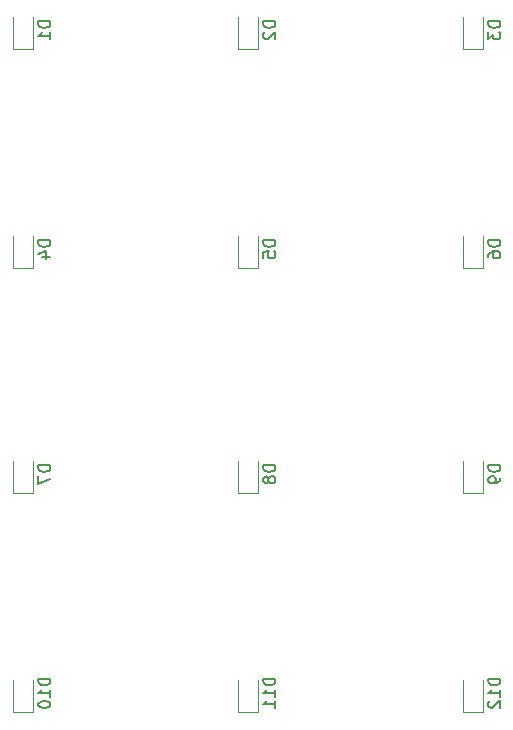
<source format=gbr>
%TF.GenerationSoftware,KiCad,Pcbnew,7.0.6-7.0.6~ubuntu20.04.1*%
%TF.CreationDate,2023-09-11T17:25:35+08:00*%
%TF.ProjectId,pro72,70726f37-322e-46b6-9963-61645f706362,rev?*%
%TF.SameCoordinates,Original*%
%TF.FileFunction,Legend,Bot*%
%TF.FilePolarity,Positive*%
%FSLAX46Y46*%
G04 Gerber Fmt 4.6, Leading zero omitted, Abs format (unit mm)*
G04 Created by KiCad (PCBNEW 7.0.6-7.0.6~ubuntu20.04.1) date 2023-09-11 17:25:35*
%MOMM*%
%LPD*%
G01*
G04 APERTURE LIST*
%ADD10C,0.150000*%
%ADD11C,0.120000*%
G04 APERTURE END LIST*
D10*
X136797819Y-48156905D02*
X135797819Y-48156905D01*
X135797819Y-48156905D02*
X135797819Y-48395000D01*
X135797819Y-48395000D02*
X135845438Y-48537857D01*
X135845438Y-48537857D02*
X135940676Y-48633095D01*
X135940676Y-48633095D02*
X136035914Y-48680714D01*
X136035914Y-48680714D02*
X136226390Y-48728333D01*
X136226390Y-48728333D02*
X136369247Y-48728333D01*
X136369247Y-48728333D02*
X136559723Y-48680714D01*
X136559723Y-48680714D02*
X136654961Y-48633095D01*
X136654961Y-48633095D02*
X136750200Y-48537857D01*
X136750200Y-48537857D02*
X136797819Y-48395000D01*
X136797819Y-48395000D02*
X136797819Y-48156905D01*
X136797819Y-49680714D02*
X136797819Y-49109286D01*
X136797819Y-49395000D02*
X135797819Y-49395000D01*
X135797819Y-49395000D02*
X135940676Y-49299762D01*
X135940676Y-49299762D02*
X136035914Y-49204524D01*
X136035914Y-49204524D02*
X136083533Y-49109286D01*
X155847819Y-85748905D02*
X154847819Y-85748905D01*
X154847819Y-85748905D02*
X154847819Y-85987000D01*
X154847819Y-85987000D02*
X154895438Y-86129857D01*
X154895438Y-86129857D02*
X154990676Y-86225095D01*
X154990676Y-86225095D02*
X155085914Y-86272714D01*
X155085914Y-86272714D02*
X155276390Y-86320333D01*
X155276390Y-86320333D02*
X155419247Y-86320333D01*
X155419247Y-86320333D02*
X155609723Y-86272714D01*
X155609723Y-86272714D02*
X155704961Y-86225095D01*
X155704961Y-86225095D02*
X155800200Y-86129857D01*
X155800200Y-86129857D02*
X155847819Y-85987000D01*
X155847819Y-85987000D02*
X155847819Y-85748905D01*
X155276390Y-86891762D02*
X155228771Y-86796524D01*
X155228771Y-86796524D02*
X155181152Y-86748905D01*
X155181152Y-86748905D02*
X155085914Y-86701286D01*
X155085914Y-86701286D02*
X155038295Y-86701286D01*
X155038295Y-86701286D02*
X154943057Y-86748905D01*
X154943057Y-86748905D02*
X154895438Y-86796524D01*
X154895438Y-86796524D02*
X154847819Y-86891762D01*
X154847819Y-86891762D02*
X154847819Y-87082238D01*
X154847819Y-87082238D02*
X154895438Y-87177476D01*
X154895438Y-87177476D02*
X154943057Y-87225095D01*
X154943057Y-87225095D02*
X155038295Y-87272714D01*
X155038295Y-87272714D02*
X155085914Y-87272714D01*
X155085914Y-87272714D02*
X155181152Y-87225095D01*
X155181152Y-87225095D02*
X155228771Y-87177476D01*
X155228771Y-87177476D02*
X155276390Y-87082238D01*
X155276390Y-87082238D02*
X155276390Y-86891762D01*
X155276390Y-86891762D02*
X155324009Y-86796524D01*
X155324009Y-86796524D02*
X155371628Y-86748905D01*
X155371628Y-86748905D02*
X155466866Y-86701286D01*
X155466866Y-86701286D02*
X155657342Y-86701286D01*
X155657342Y-86701286D02*
X155752580Y-86748905D01*
X155752580Y-86748905D02*
X155800200Y-86796524D01*
X155800200Y-86796524D02*
X155847819Y-86891762D01*
X155847819Y-86891762D02*
X155847819Y-87082238D01*
X155847819Y-87082238D02*
X155800200Y-87177476D01*
X155800200Y-87177476D02*
X155752580Y-87225095D01*
X155752580Y-87225095D02*
X155657342Y-87272714D01*
X155657342Y-87272714D02*
X155466866Y-87272714D01*
X155466866Y-87272714D02*
X155371628Y-87225095D01*
X155371628Y-87225095D02*
X155324009Y-87177476D01*
X155324009Y-87177476D02*
X155276390Y-87082238D01*
X136797819Y-66698905D02*
X135797819Y-66698905D01*
X135797819Y-66698905D02*
X135797819Y-66937000D01*
X135797819Y-66937000D02*
X135845438Y-67079857D01*
X135845438Y-67079857D02*
X135940676Y-67175095D01*
X135940676Y-67175095D02*
X136035914Y-67222714D01*
X136035914Y-67222714D02*
X136226390Y-67270333D01*
X136226390Y-67270333D02*
X136369247Y-67270333D01*
X136369247Y-67270333D02*
X136559723Y-67222714D01*
X136559723Y-67222714D02*
X136654961Y-67175095D01*
X136654961Y-67175095D02*
X136750200Y-67079857D01*
X136750200Y-67079857D02*
X136797819Y-66937000D01*
X136797819Y-66937000D02*
X136797819Y-66698905D01*
X136131152Y-68127476D02*
X136797819Y-68127476D01*
X135750200Y-67889381D02*
X136464485Y-67651286D01*
X136464485Y-67651286D02*
X136464485Y-68270333D01*
X174897819Y-103814714D02*
X173897819Y-103814714D01*
X173897819Y-103814714D02*
X173897819Y-104052809D01*
X173897819Y-104052809D02*
X173945438Y-104195666D01*
X173945438Y-104195666D02*
X174040676Y-104290904D01*
X174040676Y-104290904D02*
X174135914Y-104338523D01*
X174135914Y-104338523D02*
X174326390Y-104386142D01*
X174326390Y-104386142D02*
X174469247Y-104386142D01*
X174469247Y-104386142D02*
X174659723Y-104338523D01*
X174659723Y-104338523D02*
X174754961Y-104290904D01*
X174754961Y-104290904D02*
X174850200Y-104195666D01*
X174850200Y-104195666D02*
X174897819Y-104052809D01*
X174897819Y-104052809D02*
X174897819Y-103814714D01*
X174897819Y-105338523D02*
X174897819Y-104767095D01*
X174897819Y-105052809D02*
X173897819Y-105052809D01*
X173897819Y-105052809D02*
X174040676Y-104957571D01*
X174040676Y-104957571D02*
X174135914Y-104862333D01*
X174135914Y-104862333D02*
X174183533Y-104767095D01*
X173993057Y-105719476D02*
X173945438Y-105767095D01*
X173945438Y-105767095D02*
X173897819Y-105862333D01*
X173897819Y-105862333D02*
X173897819Y-106100428D01*
X173897819Y-106100428D02*
X173945438Y-106195666D01*
X173945438Y-106195666D02*
X173993057Y-106243285D01*
X173993057Y-106243285D02*
X174088295Y-106290904D01*
X174088295Y-106290904D02*
X174183533Y-106290904D01*
X174183533Y-106290904D02*
X174326390Y-106243285D01*
X174326390Y-106243285D02*
X174897819Y-105671857D01*
X174897819Y-105671857D02*
X174897819Y-106290904D01*
X155847819Y-66698905D02*
X154847819Y-66698905D01*
X154847819Y-66698905D02*
X154847819Y-66937000D01*
X154847819Y-66937000D02*
X154895438Y-67079857D01*
X154895438Y-67079857D02*
X154990676Y-67175095D01*
X154990676Y-67175095D02*
X155085914Y-67222714D01*
X155085914Y-67222714D02*
X155276390Y-67270333D01*
X155276390Y-67270333D02*
X155419247Y-67270333D01*
X155419247Y-67270333D02*
X155609723Y-67222714D01*
X155609723Y-67222714D02*
X155704961Y-67175095D01*
X155704961Y-67175095D02*
X155800200Y-67079857D01*
X155800200Y-67079857D02*
X155847819Y-66937000D01*
X155847819Y-66937000D02*
X155847819Y-66698905D01*
X154847819Y-68175095D02*
X154847819Y-67698905D01*
X154847819Y-67698905D02*
X155324009Y-67651286D01*
X155324009Y-67651286D02*
X155276390Y-67698905D01*
X155276390Y-67698905D02*
X155228771Y-67794143D01*
X155228771Y-67794143D02*
X155228771Y-68032238D01*
X155228771Y-68032238D02*
X155276390Y-68127476D01*
X155276390Y-68127476D02*
X155324009Y-68175095D01*
X155324009Y-68175095D02*
X155419247Y-68222714D01*
X155419247Y-68222714D02*
X155657342Y-68222714D01*
X155657342Y-68222714D02*
X155752580Y-68175095D01*
X155752580Y-68175095D02*
X155800200Y-68127476D01*
X155800200Y-68127476D02*
X155847819Y-68032238D01*
X155847819Y-68032238D02*
X155847819Y-67794143D01*
X155847819Y-67794143D02*
X155800200Y-67698905D01*
X155800200Y-67698905D02*
X155752580Y-67651286D01*
X155847819Y-103814714D02*
X154847819Y-103814714D01*
X154847819Y-103814714D02*
X154847819Y-104052809D01*
X154847819Y-104052809D02*
X154895438Y-104195666D01*
X154895438Y-104195666D02*
X154990676Y-104290904D01*
X154990676Y-104290904D02*
X155085914Y-104338523D01*
X155085914Y-104338523D02*
X155276390Y-104386142D01*
X155276390Y-104386142D02*
X155419247Y-104386142D01*
X155419247Y-104386142D02*
X155609723Y-104338523D01*
X155609723Y-104338523D02*
X155704961Y-104290904D01*
X155704961Y-104290904D02*
X155800200Y-104195666D01*
X155800200Y-104195666D02*
X155847819Y-104052809D01*
X155847819Y-104052809D02*
X155847819Y-103814714D01*
X155847819Y-105338523D02*
X155847819Y-104767095D01*
X155847819Y-105052809D02*
X154847819Y-105052809D01*
X154847819Y-105052809D02*
X154990676Y-104957571D01*
X154990676Y-104957571D02*
X155085914Y-104862333D01*
X155085914Y-104862333D02*
X155133533Y-104767095D01*
X155847819Y-106290904D02*
X155847819Y-105719476D01*
X155847819Y-106005190D02*
X154847819Y-106005190D01*
X154847819Y-106005190D02*
X154990676Y-105909952D01*
X154990676Y-105909952D02*
X155085914Y-105814714D01*
X155085914Y-105814714D02*
X155133533Y-105719476D01*
X174897819Y-66698905D02*
X173897819Y-66698905D01*
X173897819Y-66698905D02*
X173897819Y-66937000D01*
X173897819Y-66937000D02*
X173945438Y-67079857D01*
X173945438Y-67079857D02*
X174040676Y-67175095D01*
X174040676Y-67175095D02*
X174135914Y-67222714D01*
X174135914Y-67222714D02*
X174326390Y-67270333D01*
X174326390Y-67270333D02*
X174469247Y-67270333D01*
X174469247Y-67270333D02*
X174659723Y-67222714D01*
X174659723Y-67222714D02*
X174754961Y-67175095D01*
X174754961Y-67175095D02*
X174850200Y-67079857D01*
X174850200Y-67079857D02*
X174897819Y-66937000D01*
X174897819Y-66937000D02*
X174897819Y-66698905D01*
X173897819Y-68127476D02*
X173897819Y-67937000D01*
X173897819Y-67937000D02*
X173945438Y-67841762D01*
X173945438Y-67841762D02*
X173993057Y-67794143D01*
X173993057Y-67794143D02*
X174135914Y-67698905D01*
X174135914Y-67698905D02*
X174326390Y-67651286D01*
X174326390Y-67651286D02*
X174707342Y-67651286D01*
X174707342Y-67651286D02*
X174802580Y-67698905D01*
X174802580Y-67698905D02*
X174850200Y-67746524D01*
X174850200Y-67746524D02*
X174897819Y-67841762D01*
X174897819Y-67841762D02*
X174897819Y-68032238D01*
X174897819Y-68032238D02*
X174850200Y-68127476D01*
X174850200Y-68127476D02*
X174802580Y-68175095D01*
X174802580Y-68175095D02*
X174707342Y-68222714D01*
X174707342Y-68222714D02*
X174469247Y-68222714D01*
X174469247Y-68222714D02*
X174374009Y-68175095D01*
X174374009Y-68175095D02*
X174326390Y-68127476D01*
X174326390Y-68127476D02*
X174278771Y-68032238D01*
X174278771Y-68032238D02*
X174278771Y-67841762D01*
X174278771Y-67841762D02*
X174326390Y-67746524D01*
X174326390Y-67746524D02*
X174374009Y-67698905D01*
X174374009Y-67698905D02*
X174469247Y-67651286D01*
X136797819Y-85748905D02*
X135797819Y-85748905D01*
X135797819Y-85748905D02*
X135797819Y-85987000D01*
X135797819Y-85987000D02*
X135845438Y-86129857D01*
X135845438Y-86129857D02*
X135940676Y-86225095D01*
X135940676Y-86225095D02*
X136035914Y-86272714D01*
X136035914Y-86272714D02*
X136226390Y-86320333D01*
X136226390Y-86320333D02*
X136369247Y-86320333D01*
X136369247Y-86320333D02*
X136559723Y-86272714D01*
X136559723Y-86272714D02*
X136654961Y-86225095D01*
X136654961Y-86225095D02*
X136750200Y-86129857D01*
X136750200Y-86129857D02*
X136797819Y-85987000D01*
X136797819Y-85987000D02*
X136797819Y-85748905D01*
X135797819Y-86653667D02*
X135797819Y-87320333D01*
X135797819Y-87320333D02*
X136797819Y-86891762D01*
X174897819Y-85748905D02*
X173897819Y-85748905D01*
X173897819Y-85748905D02*
X173897819Y-85987000D01*
X173897819Y-85987000D02*
X173945438Y-86129857D01*
X173945438Y-86129857D02*
X174040676Y-86225095D01*
X174040676Y-86225095D02*
X174135914Y-86272714D01*
X174135914Y-86272714D02*
X174326390Y-86320333D01*
X174326390Y-86320333D02*
X174469247Y-86320333D01*
X174469247Y-86320333D02*
X174659723Y-86272714D01*
X174659723Y-86272714D02*
X174754961Y-86225095D01*
X174754961Y-86225095D02*
X174850200Y-86129857D01*
X174850200Y-86129857D02*
X174897819Y-85987000D01*
X174897819Y-85987000D02*
X174897819Y-85748905D01*
X174897819Y-86796524D02*
X174897819Y-86987000D01*
X174897819Y-86987000D02*
X174850200Y-87082238D01*
X174850200Y-87082238D02*
X174802580Y-87129857D01*
X174802580Y-87129857D02*
X174659723Y-87225095D01*
X174659723Y-87225095D02*
X174469247Y-87272714D01*
X174469247Y-87272714D02*
X174088295Y-87272714D01*
X174088295Y-87272714D02*
X173993057Y-87225095D01*
X173993057Y-87225095D02*
X173945438Y-87177476D01*
X173945438Y-87177476D02*
X173897819Y-87082238D01*
X173897819Y-87082238D02*
X173897819Y-86891762D01*
X173897819Y-86891762D02*
X173945438Y-86796524D01*
X173945438Y-86796524D02*
X173993057Y-86748905D01*
X173993057Y-86748905D02*
X174088295Y-86701286D01*
X174088295Y-86701286D02*
X174326390Y-86701286D01*
X174326390Y-86701286D02*
X174421628Y-86748905D01*
X174421628Y-86748905D02*
X174469247Y-86796524D01*
X174469247Y-86796524D02*
X174516866Y-86891762D01*
X174516866Y-86891762D02*
X174516866Y-87082238D01*
X174516866Y-87082238D02*
X174469247Y-87177476D01*
X174469247Y-87177476D02*
X174421628Y-87225095D01*
X174421628Y-87225095D02*
X174326390Y-87272714D01*
X174897819Y-48156905D02*
X173897819Y-48156905D01*
X173897819Y-48156905D02*
X173897819Y-48395000D01*
X173897819Y-48395000D02*
X173945438Y-48537857D01*
X173945438Y-48537857D02*
X174040676Y-48633095D01*
X174040676Y-48633095D02*
X174135914Y-48680714D01*
X174135914Y-48680714D02*
X174326390Y-48728333D01*
X174326390Y-48728333D02*
X174469247Y-48728333D01*
X174469247Y-48728333D02*
X174659723Y-48680714D01*
X174659723Y-48680714D02*
X174754961Y-48633095D01*
X174754961Y-48633095D02*
X174850200Y-48537857D01*
X174850200Y-48537857D02*
X174897819Y-48395000D01*
X174897819Y-48395000D02*
X174897819Y-48156905D01*
X173897819Y-49061667D02*
X173897819Y-49680714D01*
X173897819Y-49680714D02*
X174278771Y-49347381D01*
X174278771Y-49347381D02*
X174278771Y-49490238D01*
X174278771Y-49490238D02*
X174326390Y-49585476D01*
X174326390Y-49585476D02*
X174374009Y-49633095D01*
X174374009Y-49633095D02*
X174469247Y-49680714D01*
X174469247Y-49680714D02*
X174707342Y-49680714D01*
X174707342Y-49680714D02*
X174802580Y-49633095D01*
X174802580Y-49633095D02*
X174850200Y-49585476D01*
X174850200Y-49585476D02*
X174897819Y-49490238D01*
X174897819Y-49490238D02*
X174897819Y-49204524D01*
X174897819Y-49204524D02*
X174850200Y-49109286D01*
X174850200Y-49109286D02*
X174802580Y-49061667D01*
X155847819Y-48156905D02*
X154847819Y-48156905D01*
X154847819Y-48156905D02*
X154847819Y-48395000D01*
X154847819Y-48395000D02*
X154895438Y-48537857D01*
X154895438Y-48537857D02*
X154990676Y-48633095D01*
X154990676Y-48633095D02*
X155085914Y-48680714D01*
X155085914Y-48680714D02*
X155276390Y-48728333D01*
X155276390Y-48728333D02*
X155419247Y-48728333D01*
X155419247Y-48728333D02*
X155609723Y-48680714D01*
X155609723Y-48680714D02*
X155704961Y-48633095D01*
X155704961Y-48633095D02*
X155800200Y-48537857D01*
X155800200Y-48537857D02*
X155847819Y-48395000D01*
X155847819Y-48395000D02*
X155847819Y-48156905D01*
X154943057Y-49109286D02*
X154895438Y-49156905D01*
X154895438Y-49156905D02*
X154847819Y-49252143D01*
X154847819Y-49252143D02*
X154847819Y-49490238D01*
X154847819Y-49490238D02*
X154895438Y-49585476D01*
X154895438Y-49585476D02*
X154943057Y-49633095D01*
X154943057Y-49633095D02*
X155038295Y-49680714D01*
X155038295Y-49680714D02*
X155133533Y-49680714D01*
X155133533Y-49680714D02*
X155276390Y-49633095D01*
X155276390Y-49633095D02*
X155847819Y-49061667D01*
X155847819Y-49061667D02*
X155847819Y-49680714D01*
X136797819Y-103814714D02*
X135797819Y-103814714D01*
X135797819Y-103814714D02*
X135797819Y-104052809D01*
X135797819Y-104052809D02*
X135845438Y-104195666D01*
X135845438Y-104195666D02*
X135940676Y-104290904D01*
X135940676Y-104290904D02*
X136035914Y-104338523D01*
X136035914Y-104338523D02*
X136226390Y-104386142D01*
X136226390Y-104386142D02*
X136369247Y-104386142D01*
X136369247Y-104386142D02*
X136559723Y-104338523D01*
X136559723Y-104338523D02*
X136654961Y-104290904D01*
X136654961Y-104290904D02*
X136750200Y-104195666D01*
X136750200Y-104195666D02*
X136797819Y-104052809D01*
X136797819Y-104052809D02*
X136797819Y-103814714D01*
X136797819Y-105338523D02*
X136797819Y-104767095D01*
X136797819Y-105052809D02*
X135797819Y-105052809D01*
X135797819Y-105052809D02*
X135940676Y-104957571D01*
X135940676Y-104957571D02*
X136035914Y-104862333D01*
X136035914Y-104862333D02*
X136083533Y-104767095D01*
X135797819Y-105957571D02*
X135797819Y-106052809D01*
X135797819Y-106052809D02*
X135845438Y-106148047D01*
X135845438Y-106148047D02*
X135893057Y-106195666D01*
X135893057Y-106195666D02*
X135988295Y-106243285D01*
X135988295Y-106243285D02*
X136178771Y-106290904D01*
X136178771Y-106290904D02*
X136416866Y-106290904D01*
X136416866Y-106290904D02*
X136607342Y-106243285D01*
X136607342Y-106243285D02*
X136702580Y-106195666D01*
X136702580Y-106195666D02*
X136750200Y-106148047D01*
X136750200Y-106148047D02*
X136797819Y-106052809D01*
X136797819Y-106052809D02*
X136797819Y-105957571D01*
X136797819Y-105957571D02*
X136750200Y-105862333D01*
X136750200Y-105862333D02*
X136702580Y-105814714D01*
X136702580Y-105814714D02*
X136607342Y-105767095D01*
X136607342Y-105767095D02*
X136416866Y-105719476D01*
X136416866Y-105719476D02*
X136178771Y-105719476D01*
X136178771Y-105719476D02*
X135988295Y-105767095D01*
X135988295Y-105767095D02*
X135893057Y-105814714D01*
X135893057Y-105814714D02*
X135845438Y-105862333D01*
X135845438Y-105862333D02*
X135797819Y-105957571D01*
D11*
%TO.C,D1*%
X133643000Y-50505000D02*
X133643000Y-47845000D01*
X135343000Y-50505000D02*
X133643000Y-50505000D01*
X135343000Y-50505000D02*
X135343000Y-47845000D01*
%TO.C,D8*%
X152693000Y-88097000D02*
X152693000Y-85437000D01*
X154393000Y-88097000D02*
X152693000Y-88097000D01*
X154393000Y-88097000D02*
X154393000Y-85437000D01*
%TO.C,D4*%
X133643000Y-69047000D02*
X133643000Y-66387000D01*
X135343000Y-69047000D02*
X133643000Y-69047000D01*
X135343000Y-69047000D02*
X135343000Y-66387000D01*
%TO.C,D12*%
X171743000Y-106639000D02*
X171743000Y-103979000D01*
X173443000Y-106639000D02*
X171743000Y-106639000D01*
X173443000Y-106639000D02*
X173443000Y-103979000D01*
%TO.C,D5*%
X152693000Y-69047000D02*
X152693000Y-66387000D01*
X154393000Y-69047000D02*
X152693000Y-69047000D01*
X154393000Y-69047000D02*
X154393000Y-66387000D01*
%TO.C,D11*%
X152693000Y-106639000D02*
X152693000Y-103979000D01*
X154393000Y-106639000D02*
X152693000Y-106639000D01*
X154393000Y-106639000D02*
X154393000Y-103979000D01*
%TO.C,D6*%
X171743000Y-69047000D02*
X171743000Y-66387000D01*
X173443000Y-69047000D02*
X171743000Y-69047000D01*
X173443000Y-69047000D02*
X173443000Y-66387000D01*
%TO.C,D7*%
X133643000Y-88097000D02*
X133643000Y-85437000D01*
X135343000Y-88097000D02*
X133643000Y-88097000D01*
X135343000Y-88097000D02*
X135343000Y-85437000D01*
%TO.C,D9*%
X171743000Y-88097000D02*
X171743000Y-85437000D01*
X173443000Y-88097000D02*
X171743000Y-88097000D01*
X173443000Y-88097000D02*
X173443000Y-85437000D01*
%TO.C,D3*%
X171743000Y-50505000D02*
X171743000Y-47845000D01*
X173443000Y-50505000D02*
X171743000Y-50505000D01*
X173443000Y-50505000D02*
X173443000Y-47845000D01*
%TO.C,D2*%
X152693000Y-50505000D02*
X152693000Y-47845000D01*
X154393000Y-50505000D02*
X152693000Y-50505000D01*
X154393000Y-50505000D02*
X154393000Y-47845000D01*
%TO.C,D10*%
X133643000Y-106639000D02*
X133643000Y-103979000D01*
X135343000Y-106639000D02*
X133643000Y-106639000D01*
X135343000Y-106639000D02*
X135343000Y-103979000D01*
%TD*%
M02*

</source>
